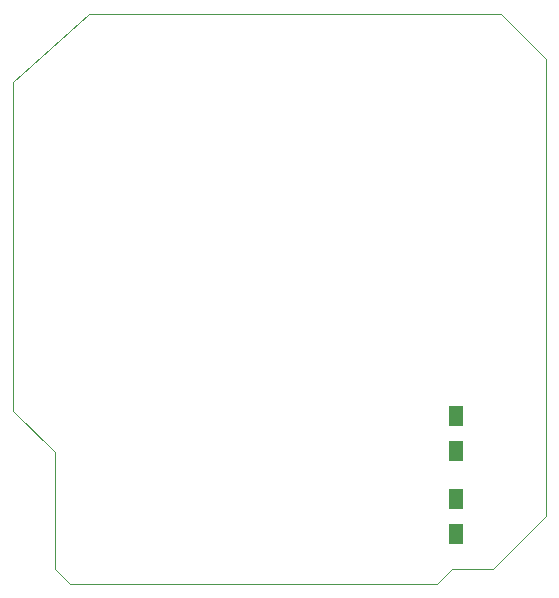
<source format=gbp>
G75*
%MOIN*%
%OFA0B0*%
%FSLAX25Y25*%
%IPPOS*%
%LPD*%
%AMOC8*
5,1,8,0,0,1.08239X$1,22.5*
%
%ADD10C,0.00000*%
%ADD11R,0.04724X0.07087*%
D10*
X0189911Y0200358D02*
X0176161Y0214108D01*
X0176161Y0323988D01*
X0201321Y0346608D01*
X0338661Y0346608D01*
X0353661Y0331608D01*
X0353661Y0179108D01*
X0336161Y0161608D01*
X0322411Y0161608D01*
X0317411Y0156608D01*
X0194911Y0156608D01*
X0189911Y0161608D01*
X0189911Y0200358D01*
D11*
X0323661Y0200706D03*
X0323661Y0212509D03*
X0323661Y0185009D03*
X0323661Y0173206D03*
M02*

</source>
